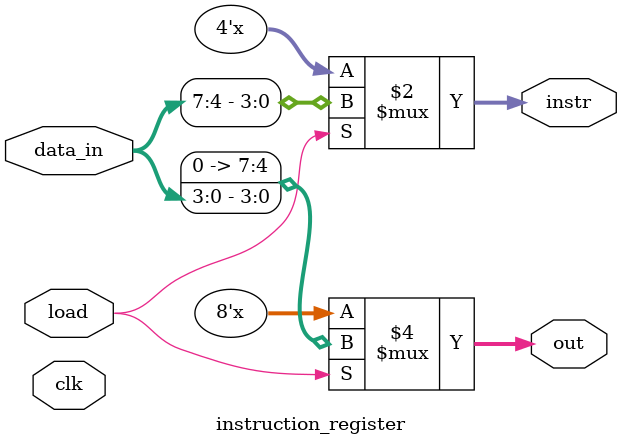
<source format=v>
`timescale 1ns / 1ps

/* 8 bit computer project
    Modules: 
     - A and B registers template: data_register
     - Instruction register: instruction_register */
    
    
module data_register(out, load, data_in, clk); // data register module for A and B reg
// takes input data (data_in), load enable (load)
// outputs value of reg (out, const)
    output reg [7:0] out;//, bus_out;
    input [7:0] data_in;
    input load, clk;
        
    always@(*) begin
        if(load) // load data into register
            out <= data_in;
    end 

endmodule

//////////////////////////////////////////////////////////////////////////////////////////////////////////////////////////////////////////////////////

module instruction_register(out, instr, load, data_in, clk); // instruction register module 
// takes same inputs as data_reg., splits output into 4LSB: bus write (out) and 4MSB: instruction write (instr)
    output reg [7:0] out;
    output reg [3:0] instr;
    input  [7:0] data_in;
    input load, clk;
        
    always@(*) begin
        if(load) begin // load data into register 
            out <= {4'b0000, data_in[3:0]}; // 4lsb to bus_out 
            instr <= data_in[7:4]; // 4MSB to instruction register out 
        end 
    end 

endmodule


</source>
